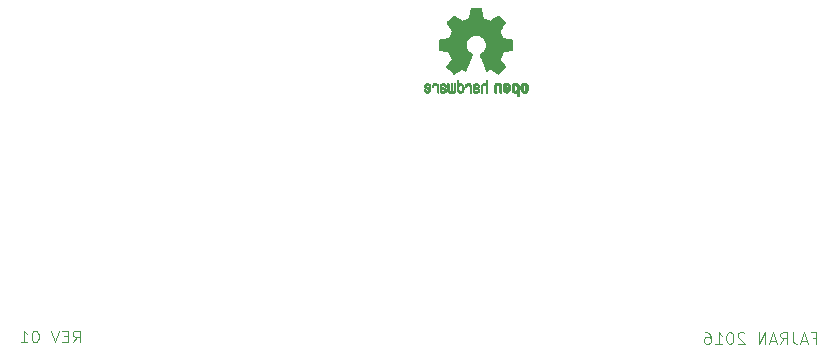
<source format=gbr>
G04 #@! TF.FileFunction,Legend,Bot*
%FSLAX46Y46*%
G04 Gerber Fmt 4.6, Leading zero omitted, Abs format (unit mm)*
G04 Created by KiCad (PCBNEW 4.0.3+e1-6302~38~ubuntu15.04.1-stable) date Mon Sep 12 00:10:40 2016*
%MOMM*%
%LPD*%
G01*
G04 APERTURE LIST*
%ADD10C,0.100000*%
%ADD11C,0.010000*%
G04 APERTURE END LIST*
D10*
X68119048Y-89987381D02*
X68452382Y-89511190D01*
X68690477Y-89987381D02*
X68690477Y-88987381D01*
X68309524Y-88987381D01*
X68214286Y-89035000D01*
X68166667Y-89082619D01*
X68119048Y-89177857D01*
X68119048Y-89320714D01*
X68166667Y-89415952D01*
X68214286Y-89463571D01*
X68309524Y-89511190D01*
X68690477Y-89511190D01*
X67690477Y-89463571D02*
X67357143Y-89463571D01*
X67214286Y-89987381D02*
X67690477Y-89987381D01*
X67690477Y-88987381D01*
X67214286Y-88987381D01*
X66928572Y-88987381D02*
X66595239Y-89987381D01*
X66261905Y-88987381D01*
X64976191Y-88987381D02*
X64880952Y-88987381D01*
X64785714Y-89035000D01*
X64738095Y-89082619D01*
X64690476Y-89177857D01*
X64642857Y-89368333D01*
X64642857Y-89606429D01*
X64690476Y-89796905D01*
X64738095Y-89892143D01*
X64785714Y-89939762D01*
X64880952Y-89987381D01*
X64976191Y-89987381D01*
X65071429Y-89939762D01*
X65119048Y-89892143D01*
X65166667Y-89796905D01*
X65214286Y-89606429D01*
X65214286Y-89368333D01*
X65166667Y-89177857D01*
X65119048Y-89082619D01*
X65071429Y-89035000D01*
X64976191Y-88987381D01*
X63690476Y-89987381D02*
X64261905Y-89987381D01*
X63976191Y-89987381D02*
X63976191Y-88987381D01*
X64071429Y-89130238D01*
X64166667Y-89225476D01*
X64261905Y-89273095D01*
X130746571Y-89590571D02*
X131079905Y-89590571D01*
X131079905Y-90114381D02*
X131079905Y-89114381D01*
X130603714Y-89114381D01*
X130270381Y-89828667D02*
X129794190Y-89828667D01*
X130365619Y-90114381D02*
X130032286Y-89114381D01*
X129698952Y-90114381D01*
X129079904Y-89114381D02*
X129079904Y-89828667D01*
X129127524Y-89971524D01*
X129222762Y-90066762D01*
X129365619Y-90114381D01*
X129460857Y-90114381D01*
X128032285Y-90114381D02*
X128365619Y-89638190D01*
X128603714Y-90114381D02*
X128603714Y-89114381D01*
X128222761Y-89114381D01*
X128127523Y-89162000D01*
X128079904Y-89209619D01*
X128032285Y-89304857D01*
X128032285Y-89447714D01*
X128079904Y-89542952D01*
X128127523Y-89590571D01*
X128222761Y-89638190D01*
X128603714Y-89638190D01*
X127651333Y-89828667D02*
X127175142Y-89828667D01*
X127746571Y-90114381D02*
X127413238Y-89114381D01*
X127079904Y-90114381D01*
X126746571Y-90114381D02*
X126746571Y-89114381D01*
X126175142Y-90114381D01*
X126175142Y-89114381D01*
X124984666Y-89209619D02*
X124937047Y-89162000D01*
X124841809Y-89114381D01*
X124603713Y-89114381D01*
X124508475Y-89162000D01*
X124460856Y-89209619D01*
X124413237Y-89304857D01*
X124413237Y-89400095D01*
X124460856Y-89542952D01*
X125032285Y-90114381D01*
X124413237Y-90114381D01*
X123794190Y-89114381D02*
X123698951Y-89114381D01*
X123603713Y-89162000D01*
X123556094Y-89209619D01*
X123508475Y-89304857D01*
X123460856Y-89495333D01*
X123460856Y-89733429D01*
X123508475Y-89923905D01*
X123556094Y-90019143D01*
X123603713Y-90066762D01*
X123698951Y-90114381D01*
X123794190Y-90114381D01*
X123889428Y-90066762D01*
X123937047Y-90019143D01*
X123984666Y-89923905D01*
X124032285Y-89733429D01*
X124032285Y-89495333D01*
X123984666Y-89304857D01*
X123937047Y-89209619D01*
X123889428Y-89162000D01*
X123794190Y-89114381D01*
X122508475Y-90114381D02*
X123079904Y-90114381D01*
X122794190Y-90114381D02*
X122794190Y-89114381D01*
X122889428Y-89257238D01*
X122984666Y-89352476D01*
X123079904Y-89400095D01*
X121651332Y-89114381D02*
X121841809Y-89114381D01*
X121937047Y-89162000D01*
X121984666Y-89209619D01*
X122079904Y-89352476D01*
X122127523Y-89542952D01*
X122127523Y-89923905D01*
X122079904Y-90019143D01*
X122032285Y-90066762D01*
X121937047Y-90114381D01*
X121746570Y-90114381D01*
X121651332Y-90066762D01*
X121603713Y-90019143D01*
X121556094Y-89923905D01*
X121556094Y-89685810D01*
X121603713Y-89590571D01*
X121651332Y-89542952D01*
X121746570Y-89495333D01*
X121937047Y-89495333D01*
X122032285Y-89542952D01*
X122079904Y-89590571D01*
X122127523Y-89685810D01*
D11*
G36*
X105466114Y-67989505D02*
X105391461Y-68026727D01*
X105325569Y-68095261D01*
X105307423Y-68120648D01*
X105287655Y-68153866D01*
X105274828Y-68189945D01*
X105267490Y-68238098D01*
X105264187Y-68307536D01*
X105263462Y-68399206D01*
X105266737Y-68524830D01*
X105278123Y-68619154D01*
X105299959Y-68689523D01*
X105334581Y-68743286D01*
X105384330Y-68787788D01*
X105387986Y-68790423D01*
X105437015Y-68817377D01*
X105496055Y-68830712D01*
X105571141Y-68834000D01*
X105693205Y-68834000D01*
X105693256Y-68952497D01*
X105694392Y-69018492D01*
X105701314Y-69057202D01*
X105719402Y-69080419D01*
X105754038Y-69099933D01*
X105762355Y-69103920D01*
X105801280Y-69122603D01*
X105831417Y-69134403D01*
X105853826Y-69135422D01*
X105869567Y-69121761D01*
X105879698Y-69089522D01*
X105885277Y-69034804D01*
X105887365Y-68953711D01*
X105887019Y-68842344D01*
X105885300Y-68696802D01*
X105884763Y-68653269D01*
X105882828Y-68503205D01*
X105881096Y-68405042D01*
X105693308Y-68405042D01*
X105692252Y-68488364D01*
X105687562Y-68542880D01*
X105676949Y-68578837D01*
X105658128Y-68606482D01*
X105645350Y-68619965D01*
X105593110Y-68659417D01*
X105546858Y-68662628D01*
X105499133Y-68630049D01*
X105497923Y-68628846D01*
X105478506Y-68603668D01*
X105466693Y-68569447D01*
X105460735Y-68516748D01*
X105458880Y-68436131D01*
X105458846Y-68418271D01*
X105463330Y-68307175D01*
X105477926Y-68230161D01*
X105504350Y-68183147D01*
X105544317Y-68162050D01*
X105567416Y-68159923D01*
X105622238Y-68169900D01*
X105659842Y-68202752D01*
X105682477Y-68262857D01*
X105692394Y-68354598D01*
X105693308Y-68405042D01*
X105881096Y-68405042D01*
X105880778Y-68387060D01*
X105878127Y-68299679D01*
X105874394Y-68235905D01*
X105869093Y-68190582D01*
X105861742Y-68158555D01*
X105851857Y-68134668D01*
X105838954Y-68113764D01*
X105833421Y-68105898D01*
X105760031Y-68031595D01*
X105667240Y-67989467D01*
X105559904Y-67977722D01*
X105466114Y-67989505D01*
X105466114Y-67989505D01*
G37*
X105466114Y-67989505D02*
X105391461Y-68026727D01*
X105325569Y-68095261D01*
X105307423Y-68120648D01*
X105287655Y-68153866D01*
X105274828Y-68189945D01*
X105267490Y-68238098D01*
X105264187Y-68307536D01*
X105263462Y-68399206D01*
X105266737Y-68524830D01*
X105278123Y-68619154D01*
X105299959Y-68689523D01*
X105334581Y-68743286D01*
X105384330Y-68787788D01*
X105387986Y-68790423D01*
X105437015Y-68817377D01*
X105496055Y-68830712D01*
X105571141Y-68834000D01*
X105693205Y-68834000D01*
X105693256Y-68952497D01*
X105694392Y-69018492D01*
X105701314Y-69057202D01*
X105719402Y-69080419D01*
X105754038Y-69099933D01*
X105762355Y-69103920D01*
X105801280Y-69122603D01*
X105831417Y-69134403D01*
X105853826Y-69135422D01*
X105869567Y-69121761D01*
X105879698Y-69089522D01*
X105885277Y-69034804D01*
X105887365Y-68953711D01*
X105887019Y-68842344D01*
X105885300Y-68696802D01*
X105884763Y-68653269D01*
X105882828Y-68503205D01*
X105881096Y-68405042D01*
X105693308Y-68405042D01*
X105692252Y-68488364D01*
X105687562Y-68542880D01*
X105676949Y-68578837D01*
X105658128Y-68606482D01*
X105645350Y-68619965D01*
X105593110Y-68659417D01*
X105546858Y-68662628D01*
X105499133Y-68630049D01*
X105497923Y-68628846D01*
X105478506Y-68603668D01*
X105466693Y-68569447D01*
X105460735Y-68516748D01*
X105458880Y-68436131D01*
X105458846Y-68418271D01*
X105463330Y-68307175D01*
X105477926Y-68230161D01*
X105504350Y-68183147D01*
X105544317Y-68162050D01*
X105567416Y-68159923D01*
X105622238Y-68169900D01*
X105659842Y-68202752D01*
X105682477Y-68262857D01*
X105692394Y-68354598D01*
X105693308Y-68405042D01*
X105881096Y-68405042D01*
X105880778Y-68387060D01*
X105878127Y-68299679D01*
X105874394Y-68235905D01*
X105869093Y-68190582D01*
X105861742Y-68158555D01*
X105851857Y-68134668D01*
X105838954Y-68113764D01*
X105833421Y-68105898D01*
X105760031Y-68031595D01*
X105667240Y-67989467D01*
X105559904Y-67977722D01*
X105466114Y-67989505D01*
G36*
X103963336Y-68000089D02*
X103900633Y-68036358D01*
X103857039Y-68072358D01*
X103825155Y-68110075D01*
X103803190Y-68156199D01*
X103789351Y-68217421D01*
X103781847Y-68300431D01*
X103778883Y-68411919D01*
X103778539Y-68492062D01*
X103778539Y-68787065D01*
X103944615Y-68861515D01*
X103954385Y-68538402D01*
X103958421Y-68417729D01*
X103962656Y-68330141D01*
X103967903Y-68269650D01*
X103974975Y-68230268D01*
X103984689Y-68206007D01*
X103997856Y-68190880D01*
X104002081Y-68187606D01*
X104066091Y-68162034D01*
X104130792Y-68172153D01*
X104169308Y-68199000D01*
X104184975Y-68218024D01*
X104195820Y-68242988D01*
X104202712Y-68280834D01*
X104206521Y-68338502D01*
X104208117Y-68422935D01*
X104208385Y-68510928D01*
X104208437Y-68621323D01*
X104210328Y-68699463D01*
X104216655Y-68752165D01*
X104230017Y-68786242D01*
X104253015Y-68808511D01*
X104288246Y-68825787D01*
X104335303Y-68843738D01*
X104386697Y-68863278D01*
X104380579Y-68516485D01*
X104378116Y-68391468D01*
X104375233Y-68299082D01*
X104371102Y-68232881D01*
X104364893Y-68186420D01*
X104355774Y-68153256D01*
X104342917Y-68126944D01*
X104327416Y-68103729D01*
X104252629Y-68029569D01*
X104161372Y-67986684D01*
X104062117Y-67976412D01*
X103963336Y-68000089D01*
X103963336Y-68000089D01*
G37*
X103963336Y-68000089D02*
X103900633Y-68036358D01*
X103857039Y-68072358D01*
X103825155Y-68110075D01*
X103803190Y-68156199D01*
X103789351Y-68217421D01*
X103781847Y-68300431D01*
X103778883Y-68411919D01*
X103778539Y-68492062D01*
X103778539Y-68787065D01*
X103944615Y-68861515D01*
X103954385Y-68538402D01*
X103958421Y-68417729D01*
X103962656Y-68330141D01*
X103967903Y-68269650D01*
X103974975Y-68230268D01*
X103984689Y-68206007D01*
X103997856Y-68190880D01*
X104002081Y-68187606D01*
X104066091Y-68162034D01*
X104130792Y-68172153D01*
X104169308Y-68199000D01*
X104184975Y-68218024D01*
X104195820Y-68242988D01*
X104202712Y-68280834D01*
X104206521Y-68338502D01*
X104208117Y-68422935D01*
X104208385Y-68510928D01*
X104208437Y-68621323D01*
X104210328Y-68699463D01*
X104216655Y-68752165D01*
X104230017Y-68786242D01*
X104253015Y-68808511D01*
X104288246Y-68825787D01*
X104335303Y-68843738D01*
X104386697Y-68863278D01*
X104380579Y-68516485D01*
X104378116Y-68391468D01*
X104375233Y-68299082D01*
X104371102Y-68232881D01*
X104364893Y-68186420D01*
X104355774Y-68153256D01*
X104342917Y-68126944D01*
X104327416Y-68103729D01*
X104252629Y-68029569D01*
X104161372Y-67986684D01*
X104062117Y-67976412D01*
X103963336Y-68000089D01*
G36*
X106218114Y-67992256D02*
X106126536Y-68040409D01*
X106058951Y-68117905D01*
X106034943Y-68167727D01*
X106016262Y-68242533D01*
X106006699Y-68337052D01*
X106005792Y-68440210D01*
X106013079Y-68540935D01*
X106028097Y-68628153D01*
X106050385Y-68690791D01*
X106057235Y-68701579D01*
X106138368Y-68782105D01*
X106234734Y-68830336D01*
X106339299Y-68844450D01*
X106445032Y-68822629D01*
X106474457Y-68809547D01*
X106531759Y-68769231D01*
X106582050Y-68715775D01*
X106586803Y-68708995D01*
X106606122Y-68676321D01*
X106618892Y-68641394D01*
X106626436Y-68595414D01*
X106630076Y-68529584D01*
X106631135Y-68435105D01*
X106631154Y-68413923D01*
X106631106Y-68407182D01*
X106435769Y-68407182D01*
X106434632Y-68496349D01*
X106430159Y-68555520D01*
X106420754Y-68593741D01*
X106404824Y-68620053D01*
X106396692Y-68628846D01*
X106349942Y-68662261D01*
X106304553Y-68660737D01*
X106258660Y-68631752D01*
X106231288Y-68600809D01*
X106215077Y-68555643D01*
X106205974Y-68484420D01*
X106205349Y-68476114D01*
X106203796Y-68347037D01*
X106220035Y-68251172D01*
X106253848Y-68189107D01*
X106305016Y-68161432D01*
X106323280Y-68159923D01*
X106371240Y-68167513D01*
X106404047Y-68193808D01*
X106424105Y-68244095D01*
X106433822Y-68323664D01*
X106435769Y-68407182D01*
X106631106Y-68407182D01*
X106630426Y-68313249D01*
X106627371Y-68242906D01*
X106620678Y-68194163D01*
X106609040Y-68158288D01*
X106591147Y-68126548D01*
X106587192Y-68120648D01*
X106520733Y-68041104D01*
X106448315Y-67994929D01*
X106360151Y-67976599D01*
X106330213Y-67975703D01*
X106218114Y-67992256D01*
X106218114Y-67992256D01*
G37*
X106218114Y-67992256D02*
X106126536Y-68040409D01*
X106058951Y-68117905D01*
X106034943Y-68167727D01*
X106016262Y-68242533D01*
X106006699Y-68337052D01*
X106005792Y-68440210D01*
X106013079Y-68540935D01*
X106028097Y-68628153D01*
X106050385Y-68690791D01*
X106057235Y-68701579D01*
X106138368Y-68782105D01*
X106234734Y-68830336D01*
X106339299Y-68844450D01*
X106445032Y-68822629D01*
X106474457Y-68809547D01*
X106531759Y-68769231D01*
X106582050Y-68715775D01*
X106586803Y-68708995D01*
X106606122Y-68676321D01*
X106618892Y-68641394D01*
X106626436Y-68595414D01*
X106630076Y-68529584D01*
X106631135Y-68435105D01*
X106631154Y-68413923D01*
X106631106Y-68407182D01*
X106435769Y-68407182D01*
X106434632Y-68496349D01*
X106430159Y-68555520D01*
X106420754Y-68593741D01*
X106404824Y-68620053D01*
X106396692Y-68628846D01*
X106349942Y-68662261D01*
X106304553Y-68660737D01*
X106258660Y-68631752D01*
X106231288Y-68600809D01*
X106215077Y-68555643D01*
X106205974Y-68484420D01*
X106205349Y-68476114D01*
X106203796Y-68347037D01*
X106220035Y-68251172D01*
X106253848Y-68189107D01*
X106305016Y-68161432D01*
X106323280Y-68159923D01*
X106371240Y-68167513D01*
X106404047Y-68193808D01*
X106424105Y-68244095D01*
X106433822Y-68323664D01*
X106435769Y-68407182D01*
X106631106Y-68407182D01*
X106630426Y-68313249D01*
X106627371Y-68242906D01*
X106620678Y-68194163D01*
X106609040Y-68158288D01*
X106591147Y-68126548D01*
X106587192Y-68120648D01*
X106520733Y-68041104D01*
X106448315Y-67994929D01*
X106360151Y-67976599D01*
X106330213Y-67975703D01*
X106218114Y-67992256D01*
G36*
X104700746Y-68004745D02*
X104623714Y-68056567D01*
X104564184Y-68131412D01*
X104528622Y-68226654D01*
X104521429Y-68296756D01*
X104522246Y-68326009D01*
X104529086Y-68348407D01*
X104547888Y-68368474D01*
X104584592Y-68390733D01*
X104645138Y-68419709D01*
X104735466Y-68459927D01*
X104735923Y-68460129D01*
X104819067Y-68498210D01*
X104887247Y-68532025D01*
X104933495Y-68557933D01*
X104950842Y-68572295D01*
X104950846Y-68572411D01*
X104935557Y-68603685D01*
X104899804Y-68638157D01*
X104858758Y-68662990D01*
X104837963Y-68667923D01*
X104781230Y-68650862D01*
X104732373Y-68608133D01*
X104708535Y-68561155D01*
X104685603Y-68526522D01*
X104640682Y-68487081D01*
X104587877Y-68453009D01*
X104541290Y-68434480D01*
X104531548Y-68433462D01*
X104520582Y-68450215D01*
X104519921Y-68493039D01*
X104527980Y-68550781D01*
X104543173Y-68612289D01*
X104563914Y-68666409D01*
X104564962Y-68668510D01*
X104627379Y-68755660D01*
X104708274Y-68814939D01*
X104800144Y-68844034D01*
X104895487Y-68840634D01*
X104986802Y-68802428D01*
X104990862Y-68799741D01*
X105062694Y-68734642D01*
X105109927Y-68649705D01*
X105136066Y-68538021D01*
X105139574Y-68506643D01*
X105145787Y-68358536D01*
X105138339Y-68289468D01*
X104950846Y-68289468D01*
X104948410Y-68332552D01*
X104935086Y-68345126D01*
X104901868Y-68335719D01*
X104849506Y-68313483D01*
X104790976Y-68285610D01*
X104789521Y-68284872D01*
X104739911Y-68258777D01*
X104720000Y-68241363D01*
X104724910Y-68223107D01*
X104745584Y-68199120D01*
X104798181Y-68164406D01*
X104854823Y-68161856D01*
X104905631Y-68187119D01*
X104940724Y-68235847D01*
X104950846Y-68289468D01*
X105138339Y-68289468D01*
X105133008Y-68240036D01*
X105100222Y-68146055D01*
X105054579Y-68080215D01*
X104972198Y-68013681D01*
X104881454Y-67980676D01*
X104788815Y-67978573D01*
X104700746Y-68004745D01*
X104700746Y-68004745D01*
G37*
X104700746Y-68004745D02*
X104623714Y-68056567D01*
X104564184Y-68131412D01*
X104528622Y-68226654D01*
X104521429Y-68296756D01*
X104522246Y-68326009D01*
X104529086Y-68348407D01*
X104547888Y-68368474D01*
X104584592Y-68390733D01*
X104645138Y-68419709D01*
X104735466Y-68459927D01*
X104735923Y-68460129D01*
X104819067Y-68498210D01*
X104887247Y-68532025D01*
X104933495Y-68557933D01*
X104950842Y-68572295D01*
X104950846Y-68572411D01*
X104935557Y-68603685D01*
X104899804Y-68638157D01*
X104858758Y-68662990D01*
X104837963Y-68667923D01*
X104781230Y-68650862D01*
X104732373Y-68608133D01*
X104708535Y-68561155D01*
X104685603Y-68526522D01*
X104640682Y-68487081D01*
X104587877Y-68453009D01*
X104541290Y-68434480D01*
X104531548Y-68433462D01*
X104520582Y-68450215D01*
X104519921Y-68493039D01*
X104527980Y-68550781D01*
X104543173Y-68612289D01*
X104563914Y-68666409D01*
X104564962Y-68668510D01*
X104627379Y-68755660D01*
X104708274Y-68814939D01*
X104800144Y-68844034D01*
X104895487Y-68840634D01*
X104986802Y-68802428D01*
X104990862Y-68799741D01*
X105062694Y-68734642D01*
X105109927Y-68649705D01*
X105136066Y-68538021D01*
X105139574Y-68506643D01*
X105145787Y-68358536D01*
X105138339Y-68289468D01*
X104950846Y-68289468D01*
X104948410Y-68332552D01*
X104935086Y-68345126D01*
X104901868Y-68335719D01*
X104849506Y-68313483D01*
X104790976Y-68285610D01*
X104789521Y-68284872D01*
X104739911Y-68258777D01*
X104720000Y-68241363D01*
X104724910Y-68223107D01*
X104745584Y-68199120D01*
X104798181Y-68164406D01*
X104854823Y-68161856D01*
X104905631Y-68187119D01*
X104940724Y-68235847D01*
X104950846Y-68289468D01*
X105138339Y-68289468D01*
X105133008Y-68240036D01*
X105100222Y-68146055D01*
X105054579Y-68080215D01*
X104972198Y-68013681D01*
X104881454Y-67980676D01*
X104788815Y-67978573D01*
X104700746Y-68004745D01*
G36*
X103075154Y-67897120D02*
X103069428Y-67976980D01*
X103062851Y-68024039D01*
X103053738Y-68044566D01*
X103040402Y-68044829D01*
X103036077Y-68042378D01*
X102978556Y-68024636D01*
X102903732Y-68025672D01*
X102827661Y-68043910D01*
X102780082Y-68067505D01*
X102731298Y-68105198D01*
X102695636Y-68147855D01*
X102671155Y-68202057D01*
X102655913Y-68274384D01*
X102647970Y-68371419D01*
X102645384Y-68499742D01*
X102645338Y-68524358D01*
X102645308Y-68800870D01*
X102706839Y-68822320D01*
X102750541Y-68836912D01*
X102774518Y-68843706D01*
X102775223Y-68843769D01*
X102777585Y-68825345D01*
X102779594Y-68774526D01*
X102781099Y-68697993D01*
X102781947Y-68602430D01*
X102782077Y-68544329D01*
X102782349Y-68429771D01*
X102783748Y-68347667D01*
X102787151Y-68291393D01*
X102793433Y-68254326D01*
X102803471Y-68229844D01*
X102818139Y-68211325D01*
X102827298Y-68202406D01*
X102890211Y-68166466D01*
X102958864Y-68163775D01*
X103021152Y-68194170D01*
X103032671Y-68205144D01*
X103049567Y-68225779D01*
X103061286Y-68250256D01*
X103068767Y-68285647D01*
X103072946Y-68339026D01*
X103074763Y-68417466D01*
X103075154Y-68525617D01*
X103075154Y-68800870D01*
X103136685Y-68822320D01*
X103180387Y-68836912D01*
X103204364Y-68843706D01*
X103205070Y-68843769D01*
X103206874Y-68825069D01*
X103208500Y-68772322D01*
X103209883Y-68690557D01*
X103210958Y-68584805D01*
X103211660Y-68460094D01*
X103211923Y-68321455D01*
X103211923Y-67786806D01*
X103084923Y-67733236D01*
X103075154Y-67897120D01*
X103075154Y-67897120D01*
G37*
X103075154Y-67897120D02*
X103069428Y-67976980D01*
X103062851Y-68024039D01*
X103053738Y-68044566D01*
X103040402Y-68044829D01*
X103036077Y-68042378D01*
X102978556Y-68024636D01*
X102903732Y-68025672D01*
X102827661Y-68043910D01*
X102780082Y-68067505D01*
X102731298Y-68105198D01*
X102695636Y-68147855D01*
X102671155Y-68202057D01*
X102655913Y-68274384D01*
X102647970Y-68371419D01*
X102645384Y-68499742D01*
X102645338Y-68524358D01*
X102645308Y-68800870D01*
X102706839Y-68822320D01*
X102750541Y-68836912D01*
X102774518Y-68843706D01*
X102775223Y-68843769D01*
X102777585Y-68825345D01*
X102779594Y-68774526D01*
X102781099Y-68697993D01*
X102781947Y-68602430D01*
X102782077Y-68544329D01*
X102782349Y-68429771D01*
X102783748Y-68347667D01*
X102787151Y-68291393D01*
X102793433Y-68254326D01*
X102803471Y-68229844D01*
X102818139Y-68211325D01*
X102827298Y-68202406D01*
X102890211Y-68166466D01*
X102958864Y-68163775D01*
X103021152Y-68194170D01*
X103032671Y-68205144D01*
X103049567Y-68225779D01*
X103061286Y-68250256D01*
X103068767Y-68285647D01*
X103072946Y-68339026D01*
X103074763Y-68417466D01*
X103075154Y-68525617D01*
X103075154Y-68800870D01*
X103136685Y-68822320D01*
X103180387Y-68836912D01*
X103204364Y-68843706D01*
X103205070Y-68843769D01*
X103206874Y-68825069D01*
X103208500Y-68772322D01*
X103209883Y-68690557D01*
X103210958Y-68584805D01*
X103211660Y-68460094D01*
X103211923Y-68321455D01*
X103211923Y-67786806D01*
X103084923Y-67733236D01*
X103075154Y-67897120D01*
G36*
X102181499Y-68031303D02*
X102104940Y-68059733D01*
X102104064Y-68060279D01*
X102056715Y-68095127D01*
X102021759Y-68135852D01*
X101997175Y-68188925D01*
X101980938Y-68260814D01*
X101971025Y-68357992D01*
X101965414Y-68486928D01*
X101964923Y-68505298D01*
X101957859Y-68782287D01*
X102017305Y-68813028D01*
X102060319Y-68833802D01*
X102086290Y-68843646D01*
X102087491Y-68843769D01*
X102091986Y-68825606D01*
X102095556Y-68776612D01*
X102097752Y-68705031D01*
X102098231Y-68647068D01*
X102098242Y-68553170D01*
X102102534Y-68494203D01*
X102117497Y-68466079D01*
X102149518Y-68464706D01*
X102204986Y-68485998D01*
X102288731Y-68525136D01*
X102350311Y-68557643D01*
X102381983Y-68585845D01*
X102391294Y-68616582D01*
X102391308Y-68618104D01*
X102375943Y-68671054D01*
X102330453Y-68699660D01*
X102260834Y-68703803D01*
X102210687Y-68703084D01*
X102184246Y-68717527D01*
X102167757Y-68752218D01*
X102158267Y-68796416D01*
X102171943Y-68821493D01*
X102177093Y-68825082D01*
X102225575Y-68839496D01*
X102293469Y-68841537D01*
X102363388Y-68831983D01*
X102412932Y-68814522D01*
X102481430Y-68756364D01*
X102520366Y-68675408D01*
X102528077Y-68612160D01*
X102522193Y-68555111D01*
X102500899Y-68508542D01*
X102458735Y-68467181D01*
X102390241Y-68425755D01*
X102289956Y-68378993D01*
X102283846Y-68376350D01*
X102193510Y-68334617D01*
X102137765Y-68300391D01*
X102113871Y-68269635D01*
X102119087Y-68238311D01*
X102150672Y-68202383D01*
X102160117Y-68194116D01*
X102223383Y-68162058D01*
X102288936Y-68163407D01*
X102346028Y-68194838D01*
X102383907Y-68253024D01*
X102387426Y-68264446D01*
X102421700Y-68319837D01*
X102465191Y-68346518D01*
X102528077Y-68372960D01*
X102528077Y-68304548D01*
X102508948Y-68205110D01*
X102452169Y-68113902D01*
X102422622Y-68083389D01*
X102355458Y-68044228D01*
X102270044Y-68026500D01*
X102181499Y-68031303D01*
X102181499Y-68031303D01*
G37*
X102181499Y-68031303D02*
X102104940Y-68059733D01*
X102104064Y-68060279D01*
X102056715Y-68095127D01*
X102021759Y-68135852D01*
X101997175Y-68188925D01*
X101980938Y-68260814D01*
X101971025Y-68357992D01*
X101965414Y-68486928D01*
X101964923Y-68505298D01*
X101957859Y-68782287D01*
X102017305Y-68813028D01*
X102060319Y-68833802D01*
X102086290Y-68843646D01*
X102087491Y-68843769D01*
X102091986Y-68825606D01*
X102095556Y-68776612D01*
X102097752Y-68705031D01*
X102098231Y-68647068D01*
X102098242Y-68553170D01*
X102102534Y-68494203D01*
X102117497Y-68466079D01*
X102149518Y-68464706D01*
X102204986Y-68485998D01*
X102288731Y-68525136D01*
X102350311Y-68557643D01*
X102381983Y-68585845D01*
X102391294Y-68616582D01*
X102391308Y-68618104D01*
X102375943Y-68671054D01*
X102330453Y-68699660D01*
X102260834Y-68703803D01*
X102210687Y-68703084D01*
X102184246Y-68717527D01*
X102167757Y-68752218D01*
X102158267Y-68796416D01*
X102171943Y-68821493D01*
X102177093Y-68825082D01*
X102225575Y-68839496D01*
X102293469Y-68841537D01*
X102363388Y-68831983D01*
X102412932Y-68814522D01*
X102481430Y-68756364D01*
X102520366Y-68675408D01*
X102528077Y-68612160D01*
X102522193Y-68555111D01*
X102500899Y-68508542D01*
X102458735Y-68467181D01*
X102390241Y-68425755D01*
X102289956Y-68378993D01*
X102283846Y-68376350D01*
X102193510Y-68334617D01*
X102137765Y-68300391D01*
X102113871Y-68269635D01*
X102119087Y-68238311D01*
X102150672Y-68202383D01*
X102160117Y-68194116D01*
X102223383Y-68162058D01*
X102288936Y-68163407D01*
X102346028Y-68194838D01*
X102383907Y-68253024D01*
X102387426Y-68264446D01*
X102421700Y-68319837D01*
X102465191Y-68346518D01*
X102528077Y-68372960D01*
X102528077Y-68304548D01*
X102508948Y-68205110D01*
X102452169Y-68113902D01*
X102422622Y-68083389D01*
X102355458Y-68044228D01*
X102270044Y-68026500D01*
X102181499Y-68031303D01*
G36*
X101521638Y-68029670D02*
X101432883Y-68062421D01*
X101360978Y-68120350D01*
X101332856Y-68161128D01*
X101302198Y-68235954D01*
X101302835Y-68290058D01*
X101335013Y-68326446D01*
X101346919Y-68332633D01*
X101398325Y-68351925D01*
X101424578Y-68346982D01*
X101433470Y-68314587D01*
X101433923Y-68296692D01*
X101450203Y-68230859D01*
X101492635Y-68184807D01*
X101551612Y-68162564D01*
X101617525Y-68168161D01*
X101671105Y-68197229D01*
X101689202Y-68213810D01*
X101702029Y-68233925D01*
X101710694Y-68264332D01*
X101716304Y-68311788D01*
X101719965Y-68383050D01*
X101722785Y-68484875D01*
X101723516Y-68517115D01*
X101726180Y-68627410D01*
X101729208Y-68705036D01*
X101733750Y-68756396D01*
X101740954Y-68787890D01*
X101751967Y-68805920D01*
X101767940Y-68816888D01*
X101778166Y-68821733D01*
X101821594Y-68838301D01*
X101847158Y-68843769D01*
X101855605Y-68825507D01*
X101860761Y-68770296D01*
X101862654Y-68677499D01*
X101861311Y-68546478D01*
X101860893Y-68526269D01*
X101857942Y-68406733D01*
X101854452Y-68319449D01*
X101849486Y-68257591D01*
X101842107Y-68214336D01*
X101831376Y-68182860D01*
X101816355Y-68156339D01*
X101808498Y-68144975D01*
X101763447Y-68094692D01*
X101713060Y-68055581D01*
X101706892Y-68052167D01*
X101616542Y-68025212D01*
X101521638Y-68029670D01*
X101521638Y-68029670D01*
G37*
X101521638Y-68029670D02*
X101432883Y-68062421D01*
X101360978Y-68120350D01*
X101332856Y-68161128D01*
X101302198Y-68235954D01*
X101302835Y-68290058D01*
X101335013Y-68326446D01*
X101346919Y-68332633D01*
X101398325Y-68351925D01*
X101424578Y-68346982D01*
X101433470Y-68314587D01*
X101433923Y-68296692D01*
X101450203Y-68230859D01*
X101492635Y-68184807D01*
X101551612Y-68162564D01*
X101617525Y-68168161D01*
X101671105Y-68197229D01*
X101689202Y-68213810D01*
X101702029Y-68233925D01*
X101710694Y-68264332D01*
X101716304Y-68311788D01*
X101719965Y-68383050D01*
X101722785Y-68484875D01*
X101723516Y-68517115D01*
X101726180Y-68627410D01*
X101729208Y-68705036D01*
X101733750Y-68756396D01*
X101740954Y-68787890D01*
X101751967Y-68805920D01*
X101767940Y-68816888D01*
X101778166Y-68821733D01*
X101821594Y-68838301D01*
X101847158Y-68843769D01*
X101855605Y-68825507D01*
X101860761Y-68770296D01*
X101862654Y-68677499D01*
X101861311Y-68546478D01*
X101860893Y-68526269D01*
X101857942Y-68406733D01*
X101854452Y-68319449D01*
X101849486Y-68257591D01*
X101842107Y-68214336D01*
X101831376Y-68182860D01*
X101816355Y-68156339D01*
X101808498Y-68144975D01*
X101763447Y-68094692D01*
X101713060Y-68055581D01*
X101706892Y-68052167D01*
X101616542Y-68025212D01*
X101521638Y-68029670D01*
G36*
X100632919Y-68185289D02*
X100633167Y-68331320D01*
X100634128Y-68443655D01*
X100636206Y-68527678D01*
X100639807Y-68588769D01*
X100645335Y-68632309D01*
X100653196Y-68663679D01*
X100663793Y-68688262D01*
X100671818Y-68702294D01*
X100738272Y-68778388D01*
X100822530Y-68826084D01*
X100915751Y-68843199D01*
X101009100Y-68827546D01*
X101064688Y-68799418D01*
X101123043Y-68750760D01*
X101162814Y-68691333D01*
X101186810Y-68613507D01*
X101197839Y-68509652D01*
X101199401Y-68433462D01*
X101199191Y-68427986D01*
X101062692Y-68427986D01*
X101061859Y-68515355D01*
X101058039Y-68573192D01*
X101049254Y-68611029D01*
X101033526Y-68638398D01*
X101014734Y-68659042D01*
X100951625Y-68698890D01*
X100883863Y-68702295D01*
X100819821Y-68669025D01*
X100814836Y-68664517D01*
X100793561Y-68641067D01*
X100780221Y-68613166D01*
X100772999Y-68571641D01*
X100770077Y-68507316D01*
X100769615Y-68436200D01*
X100770617Y-68346858D01*
X100774762Y-68287258D01*
X100783764Y-68248089D01*
X100799333Y-68220040D01*
X100812098Y-68205144D01*
X100871400Y-68167575D01*
X100939699Y-68163057D01*
X101004890Y-68191753D01*
X101017472Y-68202406D01*
X101038889Y-68226063D01*
X101052256Y-68254251D01*
X101059434Y-68296245D01*
X101062281Y-68361319D01*
X101062692Y-68427986D01*
X101199191Y-68427986D01*
X101194678Y-68310765D01*
X101178638Y-68218577D01*
X101148472Y-68149269D01*
X101101371Y-68095211D01*
X101064688Y-68067505D01*
X100998010Y-68037572D01*
X100920728Y-68023678D01*
X100848890Y-68027397D01*
X100808692Y-68042400D01*
X100792918Y-68046670D01*
X100782450Y-68030750D01*
X100775144Y-67988089D01*
X100769615Y-67923106D01*
X100763563Y-67850732D01*
X100755156Y-67807187D01*
X100739859Y-67782287D01*
X100713136Y-67765845D01*
X100696346Y-67758564D01*
X100632846Y-67731963D01*
X100632919Y-68185289D01*
X100632919Y-68185289D01*
G37*
X100632919Y-68185289D02*
X100633167Y-68331320D01*
X100634128Y-68443655D01*
X100636206Y-68527678D01*
X100639807Y-68588769D01*
X100645335Y-68632309D01*
X100653196Y-68663679D01*
X100663793Y-68688262D01*
X100671818Y-68702294D01*
X100738272Y-68778388D01*
X100822530Y-68826084D01*
X100915751Y-68843199D01*
X101009100Y-68827546D01*
X101064688Y-68799418D01*
X101123043Y-68750760D01*
X101162814Y-68691333D01*
X101186810Y-68613507D01*
X101197839Y-68509652D01*
X101199401Y-68433462D01*
X101199191Y-68427986D01*
X101062692Y-68427986D01*
X101061859Y-68515355D01*
X101058039Y-68573192D01*
X101049254Y-68611029D01*
X101033526Y-68638398D01*
X101014734Y-68659042D01*
X100951625Y-68698890D01*
X100883863Y-68702295D01*
X100819821Y-68669025D01*
X100814836Y-68664517D01*
X100793561Y-68641067D01*
X100780221Y-68613166D01*
X100772999Y-68571641D01*
X100770077Y-68507316D01*
X100769615Y-68436200D01*
X100770617Y-68346858D01*
X100774762Y-68287258D01*
X100783764Y-68248089D01*
X100799333Y-68220040D01*
X100812098Y-68205144D01*
X100871400Y-68167575D01*
X100939699Y-68163057D01*
X101004890Y-68191753D01*
X101017472Y-68202406D01*
X101038889Y-68226063D01*
X101052256Y-68254251D01*
X101059434Y-68296245D01*
X101062281Y-68361319D01*
X101062692Y-68427986D01*
X101199191Y-68427986D01*
X101194678Y-68310765D01*
X101178638Y-68218577D01*
X101148472Y-68149269D01*
X101101371Y-68095211D01*
X101064688Y-68067505D01*
X100998010Y-68037572D01*
X100920728Y-68023678D01*
X100848890Y-68027397D01*
X100808692Y-68042400D01*
X100792918Y-68046670D01*
X100782450Y-68030750D01*
X100775144Y-67988089D01*
X100769615Y-67923106D01*
X100763563Y-67850732D01*
X100755156Y-67807187D01*
X100739859Y-67782287D01*
X100713136Y-67765845D01*
X100696346Y-67758564D01*
X100632846Y-67731963D01*
X100632919Y-68185289D01*
G36*
X99839071Y-68041662D02*
X99836089Y-68093068D01*
X99833753Y-68171192D01*
X99832251Y-68269857D01*
X99831769Y-68373343D01*
X99831769Y-68723533D01*
X99893599Y-68785363D01*
X99936207Y-68823462D01*
X99973610Y-68838895D01*
X100024730Y-68837918D01*
X100045022Y-68835433D01*
X100108446Y-68828200D01*
X100160905Y-68824055D01*
X100173692Y-68823672D01*
X100216801Y-68826176D01*
X100278456Y-68832462D01*
X100302362Y-68835433D01*
X100361078Y-68840028D01*
X100400536Y-68830046D01*
X100439662Y-68799228D01*
X100453785Y-68785363D01*
X100515615Y-68723533D01*
X100515615Y-68068503D01*
X100465850Y-68045829D01*
X100422998Y-68029034D01*
X100397927Y-68023154D01*
X100391499Y-68041736D01*
X100385491Y-68093655D01*
X100380303Y-68173172D01*
X100376336Y-68274546D01*
X100374423Y-68360192D01*
X100369077Y-68697231D01*
X100322440Y-68703825D01*
X100280024Y-68699214D01*
X100259240Y-68684287D01*
X100253430Y-68656377D01*
X100248470Y-68596925D01*
X100244754Y-68513466D01*
X100242676Y-68413532D01*
X100242376Y-68362104D01*
X100242077Y-68066054D01*
X100180546Y-68044604D01*
X100136996Y-68030020D01*
X100113306Y-68023219D01*
X100112623Y-68023154D01*
X100110246Y-68041642D01*
X100107634Y-68092906D01*
X100105005Y-68170649D01*
X100102579Y-68268574D01*
X100100885Y-68360192D01*
X100095539Y-68697231D01*
X99978308Y-68697231D01*
X99972928Y-68389746D01*
X99967549Y-68082261D01*
X99910399Y-68052707D01*
X99868203Y-68032413D01*
X99843230Y-68023204D01*
X99842509Y-68023154D01*
X99839071Y-68041662D01*
X99839071Y-68041662D01*
G37*
X99839071Y-68041662D02*
X99836089Y-68093068D01*
X99833753Y-68171192D01*
X99832251Y-68269857D01*
X99831769Y-68373343D01*
X99831769Y-68723533D01*
X99893599Y-68785363D01*
X99936207Y-68823462D01*
X99973610Y-68838895D01*
X100024730Y-68837918D01*
X100045022Y-68835433D01*
X100108446Y-68828200D01*
X100160905Y-68824055D01*
X100173692Y-68823672D01*
X100216801Y-68826176D01*
X100278456Y-68832462D01*
X100302362Y-68835433D01*
X100361078Y-68840028D01*
X100400536Y-68830046D01*
X100439662Y-68799228D01*
X100453785Y-68785363D01*
X100515615Y-68723533D01*
X100515615Y-68068503D01*
X100465850Y-68045829D01*
X100422998Y-68029034D01*
X100397927Y-68023154D01*
X100391499Y-68041736D01*
X100385491Y-68093655D01*
X100380303Y-68173172D01*
X100376336Y-68274546D01*
X100374423Y-68360192D01*
X100369077Y-68697231D01*
X100322440Y-68703825D01*
X100280024Y-68699214D01*
X100259240Y-68684287D01*
X100253430Y-68656377D01*
X100248470Y-68596925D01*
X100244754Y-68513466D01*
X100242676Y-68413532D01*
X100242376Y-68362104D01*
X100242077Y-68066054D01*
X100180546Y-68044604D01*
X100136996Y-68030020D01*
X100113306Y-68023219D01*
X100112623Y-68023154D01*
X100110246Y-68041642D01*
X100107634Y-68092906D01*
X100105005Y-68170649D01*
X100102579Y-68268574D01*
X100100885Y-68360192D01*
X100095539Y-68697231D01*
X99978308Y-68697231D01*
X99972928Y-68389746D01*
X99967549Y-68082261D01*
X99910399Y-68052707D01*
X99868203Y-68032413D01*
X99843230Y-68023204D01*
X99842509Y-68023154D01*
X99839071Y-68041662D01*
G36*
X99347667Y-68038528D02*
X99291410Y-68064117D01*
X99247253Y-68095124D01*
X99214899Y-68129795D01*
X99192562Y-68174520D01*
X99178454Y-68235692D01*
X99170789Y-68319701D01*
X99167780Y-68432940D01*
X99167462Y-68507509D01*
X99167462Y-68798420D01*
X99217227Y-68821095D01*
X99256424Y-68837667D01*
X99275843Y-68843769D01*
X99279558Y-68825610D01*
X99282505Y-68776648D01*
X99284309Y-68705153D01*
X99284692Y-68648385D01*
X99286339Y-68566371D01*
X99290778Y-68501309D01*
X99297260Y-68461467D01*
X99302410Y-68453000D01*
X99337023Y-68461646D01*
X99391360Y-68483823D01*
X99454278Y-68513886D01*
X99514632Y-68546192D01*
X99561279Y-68575098D01*
X99583074Y-68594961D01*
X99583161Y-68595175D01*
X99581286Y-68631935D01*
X99564475Y-68667026D01*
X99534961Y-68695528D01*
X99491884Y-68705061D01*
X99455068Y-68703950D01*
X99402926Y-68703133D01*
X99375556Y-68715349D01*
X99359118Y-68747624D01*
X99357045Y-68753710D01*
X99349919Y-68799739D01*
X99368976Y-68827687D01*
X99418647Y-68841007D01*
X99472303Y-68843470D01*
X99568858Y-68825210D01*
X99618841Y-68799131D01*
X99680571Y-68737868D01*
X99713310Y-68662670D01*
X99716247Y-68583211D01*
X99688576Y-68509167D01*
X99646953Y-68462769D01*
X99605396Y-68436793D01*
X99540078Y-68403907D01*
X99463962Y-68370557D01*
X99451274Y-68365461D01*
X99367667Y-68328565D01*
X99319470Y-68296046D01*
X99303970Y-68263718D01*
X99318450Y-68227394D01*
X99343308Y-68199000D01*
X99402061Y-68164039D01*
X99466707Y-68161417D01*
X99525992Y-68188358D01*
X99568661Y-68242088D01*
X99574261Y-68255950D01*
X99606867Y-68306936D01*
X99654470Y-68344787D01*
X99714539Y-68375850D01*
X99714539Y-68287768D01*
X99711003Y-68233951D01*
X99695844Y-68191534D01*
X99662232Y-68146279D01*
X99629965Y-68111420D01*
X99579791Y-68062062D01*
X99540807Y-68035547D01*
X99498936Y-68024911D01*
X99451540Y-68023154D01*
X99347667Y-68038528D01*
X99347667Y-68038528D01*
G37*
X99347667Y-68038528D02*
X99291410Y-68064117D01*
X99247253Y-68095124D01*
X99214899Y-68129795D01*
X99192562Y-68174520D01*
X99178454Y-68235692D01*
X99170789Y-68319701D01*
X99167780Y-68432940D01*
X99167462Y-68507509D01*
X99167462Y-68798420D01*
X99217227Y-68821095D01*
X99256424Y-68837667D01*
X99275843Y-68843769D01*
X99279558Y-68825610D01*
X99282505Y-68776648D01*
X99284309Y-68705153D01*
X99284692Y-68648385D01*
X99286339Y-68566371D01*
X99290778Y-68501309D01*
X99297260Y-68461467D01*
X99302410Y-68453000D01*
X99337023Y-68461646D01*
X99391360Y-68483823D01*
X99454278Y-68513886D01*
X99514632Y-68546192D01*
X99561279Y-68575098D01*
X99583074Y-68594961D01*
X99583161Y-68595175D01*
X99581286Y-68631935D01*
X99564475Y-68667026D01*
X99534961Y-68695528D01*
X99491884Y-68705061D01*
X99455068Y-68703950D01*
X99402926Y-68703133D01*
X99375556Y-68715349D01*
X99359118Y-68747624D01*
X99357045Y-68753710D01*
X99349919Y-68799739D01*
X99368976Y-68827687D01*
X99418647Y-68841007D01*
X99472303Y-68843470D01*
X99568858Y-68825210D01*
X99618841Y-68799131D01*
X99680571Y-68737868D01*
X99713310Y-68662670D01*
X99716247Y-68583211D01*
X99688576Y-68509167D01*
X99646953Y-68462769D01*
X99605396Y-68436793D01*
X99540078Y-68403907D01*
X99463962Y-68370557D01*
X99451274Y-68365461D01*
X99367667Y-68328565D01*
X99319470Y-68296046D01*
X99303970Y-68263718D01*
X99318450Y-68227394D01*
X99343308Y-68199000D01*
X99402061Y-68164039D01*
X99466707Y-68161417D01*
X99525992Y-68188358D01*
X99568661Y-68242088D01*
X99574261Y-68255950D01*
X99606867Y-68306936D01*
X99654470Y-68344787D01*
X99714539Y-68375850D01*
X99714539Y-68287768D01*
X99711003Y-68233951D01*
X99695844Y-68191534D01*
X99662232Y-68146279D01*
X99629965Y-68111420D01*
X99579791Y-68062062D01*
X99540807Y-68035547D01*
X99498936Y-68024911D01*
X99451540Y-68023154D01*
X99347667Y-68038528D01*
G36*
X98664193Y-68041782D02*
X98640839Y-68051988D01*
X98585098Y-68096134D01*
X98537431Y-68159967D01*
X98507952Y-68228087D01*
X98503154Y-68261670D01*
X98519240Y-68308556D01*
X98554525Y-68333365D01*
X98592356Y-68348387D01*
X98609679Y-68351155D01*
X98618114Y-68331066D01*
X98634770Y-68287351D01*
X98642077Y-68267598D01*
X98683052Y-68199271D01*
X98742378Y-68165191D01*
X98818448Y-68166239D01*
X98824082Y-68167581D01*
X98864695Y-68186836D01*
X98894552Y-68224375D01*
X98914945Y-68284809D01*
X98927164Y-68372751D01*
X98932500Y-68492813D01*
X98933000Y-68556698D01*
X98933248Y-68657403D01*
X98934874Y-68726054D01*
X98939199Y-68769673D01*
X98947546Y-68795282D01*
X98961235Y-68809903D01*
X98981589Y-68820558D01*
X98982766Y-68821095D01*
X99021962Y-68837667D01*
X99041381Y-68843769D01*
X99044365Y-68825319D01*
X99046919Y-68774323D01*
X99048860Y-68697308D01*
X99050003Y-68600805D01*
X99050231Y-68530184D01*
X99049068Y-68393525D01*
X99044521Y-68289851D01*
X99035001Y-68213108D01*
X99018919Y-68157246D01*
X98994687Y-68116212D01*
X98960714Y-68083954D01*
X98927167Y-68061440D01*
X98846501Y-68031476D01*
X98752619Y-68024718D01*
X98664193Y-68041782D01*
X98664193Y-68041782D01*
G37*
X98664193Y-68041782D02*
X98640839Y-68051988D01*
X98585098Y-68096134D01*
X98537431Y-68159967D01*
X98507952Y-68228087D01*
X98503154Y-68261670D01*
X98519240Y-68308556D01*
X98554525Y-68333365D01*
X98592356Y-68348387D01*
X98609679Y-68351155D01*
X98618114Y-68331066D01*
X98634770Y-68287351D01*
X98642077Y-68267598D01*
X98683052Y-68199271D01*
X98742378Y-68165191D01*
X98818448Y-68166239D01*
X98824082Y-68167581D01*
X98864695Y-68186836D01*
X98894552Y-68224375D01*
X98914945Y-68284809D01*
X98927164Y-68372751D01*
X98932500Y-68492813D01*
X98933000Y-68556698D01*
X98933248Y-68657403D01*
X98934874Y-68726054D01*
X98939199Y-68769673D01*
X98947546Y-68795282D01*
X98961235Y-68809903D01*
X98981589Y-68820558D01*
X98982766Y-68821095D01*
X99021962Y-68837667D01*
X99041381Y-68843769D01*
X99044365Y-68825319D01*
X99046919Y-68774323D01*
X99048860Y-68697308D01*
X99050003Y-68600805D01*
X99050231Y-68530184D01*
X99049068Y-68393525D01*
X99044521Y-68289851D01*
X99035001Y-68213108D01*
X99018919Y-68157246D01*
X98994687Y-68116212D01*
X98960714Y-68083954D01*
X98927167Y-68061440D01*
X98846501Y-68031476D01*
X98752619Y-68024718D01*
X98664193Y-68041782D01*
G36*
X97989776Y-68052838D02*
X97912472Y-68103361D01*
X97875186Y-68148590D01*
X97845647Y-68230663D01*
X97843301Y-68295607D01*
X97848615Y-68382445D01*
X98048885Y-68470103D01*
X98146261Y-68514887D01*
X98209887Y-68550913D01*
X98242971Y-68582117D01*
X98248720Y-68612436D01*
X98230342Y-68645805D01*
X98210077Y-68667923D01*
X98151111Y-68703393D01*
X98086976Y-68705879D01*
X98028074Y-68678235D01*
X97984803Y-68623320D01*
X97977064Y-68603928D01*
X97939994Y-68543364D01*
X97897346Y-68517552D01*
X97838846Y-68495471D01*
X97838846Y-68579184D01*
X97844018Y-68636150D01*
X97864277Y-68684189D01*
X97906738Y-68739346D01*
X97913049Y-68746514D01*
X97960280Y-68795585D01*
X98000879Y-68821920D01*
X98051672Y-68834035D01*
X98093780Y-68838003D01*
X98169098Y-68838991D01*
X98222714Y-68826466D01*
X98256162Y-68807869D01*
X98308732Y-68766975D01*
X98345121Y-68722748D01*
X98368150Y-68667126D01*
X98380641Y-68592047D01*
X98385413Y-68489449D01*
X98385794Y-68437376D01*
X98384499Y-68374948D01*
X98266529Y-68374948D01*
X98265161Y-68408438D01*
X98261751Y-68413923D01*
X98239247Y-68406472D01*
X98190818Y-68386753D01*
X98126092Y-68358718D01*
X98112557Y-68352692D01*
X98030756Y-68311096D01*
X97985688Y-68274538D01*
X97975783Y-68240296D01*
X97999474Y-68205648D01*
X98019040Y-68190339D01*
X98089640Y-68159721D01*
X98155720Y-68164780D01*
X98211041Y-68202151D01*
X98249364Y-68268473D01*
X98261651Y-68321116D01*
X98266529Y-68374948D01*
X98384499Y-68374948D01*
X98383270Y-68315720D01*
X98373968Y-68225710D01*
X98355540Y-68160167D01*
X98325640Y-68111912D01*
X98281920Y-68073767D01*
X98262859Y-68061440D01*
X98176274Y-68029336D01*
X98081478Y-68027316D01*
X97989776Y-68052838D01*
X97989776Y-68052838D01*
G37*
X97989776Y-68052838D02*
X97912472Y-68103361D01*
X97875186Y-68148590D01*
X97845647Y-68230663D01*
X97843301Y-68295607D01*
X97848615Y-68382445D01*
X98048885Y-68470103D01*
X98146261Y-68514887D01*
X98209887Y-68550913D01*
X98242971Y-68582117D01*
X98248720Y-68612436D01*
X98230342Y-68645805D01*
X98210077Y-68667923D01*
X98151111Y-68703393D01*
X98086976Y-68705879D01*
X98028074Y-68678235D01*
X97984803Y-68623320D01*
X97977064Y-68603928D01*
X97939994Y-68543364D01*
X97897346Y-68517552D01*
X97838846Y-68495471D01*
X97838846Y-68579184D01*
X97844018Y-68636150D01*
X97864277Y-68684189D01*
X97906738Y-68739346D01*
X97913049Y-68746514D01*
X97960280Y-68795585D01*
X98000879Y-68821920D01*
X98051672Y-68834035D01*
X98093780Y-68838003D01*
X98169098Y-68838991D01*
X98222714Y-68826466D01*
X98256162Y-68807869D01*
X98308732Y-68766975D01*
X98345121Y-68722748D01*
X98368150Y-68667126D01*
X98380641Y-68592047D01*
X98385413Y-68489449D01*
X98385794Y-68437376D01*
X98384499Y-68374948D01*
X98266529Y-68374948D01*
X98265161Y-68408438D01*
X98261751Y-68413923D01*
X98239247Y-68406472D01*
X98190818Y-68386753D01*
X98126092Y-68358718D01*
X98112557Y-68352692D01*
X98030756Y-68311096D01*
X97985688Y-68274538D01*
X97975783Y-68240296D01*
X97999474Y-68205648D01*
X98019040Y-68190339D01*
X98089640Y-68159721D01*
X98155720Y-68164780D01*
X98211041Y-68202151D01*
X98249364Y-68268473D01*
X98261651Y-68321116D01*
X98266529Y-68374948D01*
X98384499Y-68374948D01*
X98383270Y-68315720D01*
X98373968Y-68225710D01*
X98355540Y-68160167D01*
X98325640Y-68111912D01*
X98281920Y-68073767D01*
X98262859Y-68061440D01*
X98176274Y-68029336D01*
X98081478Y-68027316D01*
X97989776Y-68052838D01*
G36*
X102095122Y-61692776D02*
X101989388Y-61693355D01*
X101912868Y-61694922D01*
X101860628Y-61697972D01*
X101827737Y-61702996D01*
X101809263Y-61710489D01*
X101800273Y-61720944D01*
X101795837Y-61734853D01*
X101795406Y-61736654D01*
X101788667Y-61769145D01*
X101776192Y-61833252D01*
X101759281Y-61922151D01*
X101739229Y-62029019D01*
X101717336Y-62147033D01*
X101716571Y-62151178D01*
X101694641Y-62266831D01*
X101674123Y-62369014D01*
X101656341Y-62451598D01*
X101642619Y-62508456D01*
X101634282Y-62533458D01*
X101633884Y-62533901D01*
X101609323Y-62546110D01*
X101558685Y-62566456D01*
X101492905Y-62590545D01*
X101492539Y-62590674D01*
X101409683Y-62621818D01*
X101312000Y-62661491D01*
X101219923Y-62701381D01*
X101215566Y-62703353D01*
X101065593Y-62771420D01*
X100733502Y-62544639D01*
X100631626Y-62475504D01*
X100539343Y-62413697D01*
X100461997Y-62362733D01*
X100404936Y-62326127D01*
X100373505Y-62307394D01*
X100370521Y-62306004D01*
X100347679Y-62312190D01*
X100305018Y-62342035D01*
X100240872Y-62396947D01*
X100153579Y-62478334D01*
X100064465Y-62564922D01*
X99978559Y-62650247D01*
X99901673Y-62728108D01*
X99838436Y-62793697D01*
X99793477Y-62842205D01*
X99771424Y-62868825D01*
X99770604Y-62870195D01*
X99768166Y-62888463D01*
X99777350Y-62918295D01*
X99800426Y-62963721D01*
X99839663Y-63028770D01*
X99897330Y-63117470D01*
X99974205Y-63231657D01*
X100042430Y-63332162D01*
X100103418Y-63422303D01*
X100153644Y-63496849D01*
X100189584Y-63550565D01*
X100207713Y-63578218D01*
X100208854Y-63580095D01*
X100206641Y-63606590D01*
X100189862Y-63658086D01*
X100161858Y-63724851D01*
X100151878Y-63746172D01*
X100108328Y-63841159D01*
X100061866Y-63948937D01*
X100024123Y-64042192D01*
X99996927Y-64111406D01*
X99975325Y-64164006D01*
X99962842Y-64191497D01*
X99961291Y-64193616D01*
X99938332Y-64197124D01*
X99884214Y-64206738D01*
X99806132Y-64221089D01*
X99711281Y-64238807D01*
X99606857Y-64258525D01*
X99500056Y-64278874D01*
X99398074Y-64298486D01*
X99308106Y-64315991D01*
X99237347Y-64330022D01*
X99192994Y-64339209D01*
X99182115Y-64341807D01*
X99170878Y-64348218D01*
X99162395Y-64362697D01*
X99156286Y-64390133D01*
X99152168Y-64435411D01*
X99149659Y-64503420D01*
X99148379Y-64599047D01*
X99147946Y-64727180D01*
X99147923Y-64779701D01*
X99147923Y-65206845D01*
X99250500Y-65227091D01*
X99307569Y-65238070D01*
X99392731Y-65254095D01*
X99495628Y-65273233D01*
X99605904Y-65293551D01*
X99636385Y-65299132D01*
X99738145Y-65318917D01*
X99826795Y-65338373D01*
X99894892Y-65355697D01*
X99934996Y-65369088D01*
X99941677Y-65373079D01*
X99958081Y-65401342D01*
X99981601Y-65456109D01*
X100007684Y-65526588D01*
X100012858Y-65541769D01*
X100047044Y-65635896D01*
X100089477Y-65742101D01*
X100131003Y-65837473D01*
X100131208Y-65837916D01*
X100200360Y-65987525D01*
X99745488Y-66656617D01*
X100037500Y-66949116D01*
X100125820Y-67036170D01*
X100206375Y-67112909D01*
X100274640Y-67175237D01*
X100326092Y-67219056D01*
X100356206Y-67240270D01*
X100360526Y-67241616D01*
X100385889Y-67231016D01*
X100437642Y-67201547D01*
X100510132Y-67156705D01*
X100597706Y-67099984D01*
X100692388Y-67036462D01*
X100788484Y-66971668D01*
X100874163Y-66915287D01*
X100943984Y-66870788D01*
X100992506Y-66841639D01*
X101014218Y-66831308D01*
X101040707Y-66840050D01*
X101090938Y-66863087D01*
X101154549Y-66895631D01*
X101161292Y-66899249D01*
X101246954Y-66942210D01*
X101305694Y-66963279D01*
X101342228Y-66963503D01*
X101361269Y-66943928D01*
X101361380Y-66943654D01*
X101370898Y-66920472D01*
X101393597Y-66865441D01*
X101427718Y-66782822D01*
X101471500Y-66676872D01*
X101523184Y-66551852D01*
X101581008Y-66412020D01*
X101637009Y-66276637D01*
X101698553Y-66127234D01*
X101755061Y-65988832D01*
X101804839Y-65865673D01*
X101846194Y-65762002D01*
X101877432Y-65682059D01*
X101896859Y-65630088D01*
X101902846Y-65610692D01*
X101887832Y-65588443D01*
X101848561Y-65552982D01*
X101796193Y-65513887D01*
X101647059Y-65390245D01*
X101530489Y-65248522D01*
X101447882Y-65091704D01*
X101400634Y-64922775D01*
X101390143Y-64744722D01*
X101397769Y-64662539D01*
X101439318Y-64492031D01*
X101510877Y-64341459D01*
X101608005Y-64212309D01*
X101726266Y-64106064D01*
X101861220Y-64024210D01*
X102008429Y-63968232D01*
X102163456Y-63939615D01*
X102321861Y-63939844D01*
X102479206Y-63970405D01*
X102631054Y-64032782D01*
X102772965Y-64128460D01*
X102832197Y-64182572D01*
X102945797Y-64321520D01*
X103024894Y-64473361D01*
X103070014Y-64633667D01*
X103081684Y-64798012D01*
X103060431Y-64961971D01*
X103006780Y-65121118D01*
X102921260Y-65271025D01*
X102804395Y-65407267D01*
X102673807Y-65513887D01*
X102619412Y-65554642D01*
X102580986Y-65589718D01*
X102567154Y-65610726D01*
X102574397Y-65633635D01*
X102594995Y-65688365D01*
X102627254Y-65770672D01*
X102669479Y-65876315D01*
X102719977Y-66001050D01*
X102777052Y-66140636D01*
X102833146Y-66276670D01*
X102895033Y-66426201D01*
X102952356Y-66564767D01*
X103003356Y-66688107D01*
X103046273Y-66791964D01*
X103079347Y-66872080D01*
X103100819Y-66924195D01*
X103108775Y-66943654D01*
X103127571Y-66963423D01*
X103163926Y-66963365D01*
X103222521Y-66942441D01*
X103308032Y-66899613D01*
X103308708Y-66899249D01*
X103373093Y-66866012D01*
X103425139Y-66841802D01*
X103454488Y-66831404D01*
X103455783Y-66831308D01*
X103477876Y-66841855D01*
X103526652Y-66871184D01*
X103596669Y-66915827D01*
X103682486Y-66972314D01*
X103777612Y-67036462D01*
X103874460Y-67101411D01*
X103961747Y-67157896D01*
X104033819Y-67202421D01*
X104085023Y-67231490D01*
X104109474Y-67241616D01*
X104131990Y-67228307D01*
X104177258Y-67191112D01*
X104240756Y-67134128D01*
X104317961Y-67061449D01*
X104404349Y-66977171D01*
X104432601Y-66949016D01*
X104724713Y-66656416D01*
X104502369Y-66330104D01*
X104434798Y-66229897D01*
X104375493Y-66139963D01*
X104327783Y-66065510D01*
X104294993Y-66011751D01*
X104280452Y-65983894D01*
X104280026Y-65981912D01*
X104287692Y-65955655D01*
X104308311Y-65902837D01*
X104338315Y-65832310D01*
X104359375Y-65785093D01*
X104398752Y-65694694D01*
X104435835Y-65603366D01*
X104464585Y-65526200D01*
X104472395Y-65502692D01*
X104494583Y-65439916D01*
X104516273Y-65391411D01*
X104528187Y-65373079D01*
X104554477Y-65361859D01*
X104611858Y-65345954D01*
X104692882Y-65327167D01*
X104790105Y-65307299D01*
X104833615Y-65299132D01*
X104944104Y-65278829D01*
X105050084Y-65259170D01*
X105141199Y-65242088D01*
X105207092Y-65229518D01*
X105219500Y-65227091D01*
X105322077Y-65206845D01*
X105322077Y-64779701D01*
X105321847Y-64639246D01*
X105320901Y-64532979D01*
X105318859Y-64456013D01*
X105315338Y-64403460D01*
X105309957Y-64370433D01*
X105302334Y-64352045D01*
X105292088Y-64343408D01*
X105287885Y-64341807D01*
X105262530Y-64336127D01*
X105206516Y-64324795D01*
X105127036Y-64309179D01*
X105031288Y-64290647D01*
X104926467Y-64270569D01*
X104819768Y-64250312D01*
X104718387Y-64231246D01*
X104629521Y-64214739D01*
X104560363Y-64202159D01*
X104518111Y-64194875D01*
X104508710Y-64193616D01*
X104500193Y-64176763D01*
X104481340Y-64131870D01*
X104455676Y-64067430D01*
X104445877Y-64042192D01*
X104406352Y-63944686D01*
X104359808Y-63836959D01*
X104318123Y-63746172D01*
X104287450Y-63676753D01*
X104267044Y-63619710D01*
X104260232Y-63584777D01*
X104261318Y-63580095D01*
X104275715Y-63557991D01*
X104308588Y-63508831D01*
X104356410Y-63437848D01*
X104415652Y-63350278D01*
X104482785Y-63251357D01*
X104496059Y-63231830D01*
X104573954Y-63116140D01*
X104631213Y-63028044D01*
X104670119Y-62963486D01*
X104692956Y-62918411D01*
X104702006Y-62888763D01*
X104699552Y-62870485D01*
X104699489Y-62870369D01*
X104680173Y-62846361D01*
X104637449Y-62799947D01*
X104575949Y-62735937D01*
X104500302Y-62659145D01*
X104415139Y-62574382D01*
X104405535Y-62564922D01*
X104298210Y-62460989D01*
X104215385Y-62384675D01*
X104155395Y-62334571D01*
X104116577Y-62309270D01*
X104099480Y-62306004D01*
X104074527Y-62320250D01*
X104022745Y-62353156D01*
X103949480Y-62401208D01*
X103860080Y-62460890D01*
X103759889Y-62528688D01*
X103736499Y-62544639D01*
X103404407Y-62771420D01*
X103254435Y-62703353D01*
X103163230Y-62663685D01*
X103065331Y-62623791D01*
X102981169Y-62591983D01*
X102977462Y-62590674D01*
X102911631Y-62566576D01*
X102860884Y-62546200D01*
X102836158Y-62533936D01*
X102836116Y-62533901D01*
X102828271Y-62511734D01*
X102814934Y-62457217D01*
X102797430Y-62376480D01*
X102777083Y-62275650D01*
X102755218Y-62160856D01*
X102753429Y-62151178D01*
X102731496Y-62032904D01*
X102711360Y-61925542D01*
X102694320Y-61835917D01*
X102681672Y-61770851D01*
X102674716Y-61737168D01*
X102674594Y-61736654D01*
X102670361Y-61722325D01*
X102662129Y-61711507D01*
X102644967Y-61703706D01*
X102613942Y-61698429D01*
X102564122Y-61695182D01*
X102490576Y-61693472D01*
X102388371Y-61692807D01*
X102252575Y-61692693D01*
X102235000Y-61692692D01*
X102095122Y-61692776D01*
X102095122Y-61692776D01*
G37*
X102095122Y-61692776D02*
X101989388Y-61693355D01*
X101912868Y-61694922D01*
X101860628Y-61697972D01*
X101827737Y-61702996D01*
X101809263Y-61710489D01*
X101800273Y-61720944D01*
X101795837Y-61734853D01*
X101795406Y-61736654D01*
X101788667Y-61769145D01*
X101776192Y-61833252D01*
X101759281Y-61922151D01*
X101739229Y-62029019D01*
X101717336Y-62147033D01*
X101716571Y-62151178D01*
X101694641Y-62266831D01*
X101674123Y-62369014D01*
X101656341Y-62451598D01*
X101642619Y-62508456D01*
X101634282Y-62533458D01*
X101633884Y-62533901D01*
X101609323Y-62546110D01*
X101558685Y-62566456D01*
X101492905Y-62590545D01*
X101492539Y-62590674D01*
X101409683Y-62621818D01*
X101312000Y-62661491D01*
X101219923Y-62701381D01*
X101215566Y-62703353D01*
X101065593Y-62771420D01*
X100733502Y-62544639D01*
X100631626Y-62475504D01*
X100539343Y-62413697D01*
X100461997Y-62362733D01*
X100404936Y-62326127D01*
X100373505Y-62307394D01*
X100370521Y-62306004D01*
X100347679Y-62312190D01*
X100305018Y-62342035D01*
X100240872Y-62396947D01*
X100153579Y-62478334D01*
X100064465Y-62564922D01*
X99978559Y-62650247D01*
X99901673Y-62728108D01*
X99838436Y-62793697D01*
X99793477Y-62842205D01*
X99771424Y-62868825D01*
X99770604Y-62870195D01*
X99768166Y-62888463D01*
X99777350Y-62918295D01*
X99800426Y-62963721D01*
X99839663Y-63028770D01*
X99897330Y-63117470D01*
X99974205Y-63231657D01*
X100042430Y-63332162D01*
X100103418Y-63422303D01*
X100153644Y-63496849D01*
X100189584Y-63550565D01*
X100207713Y-63578218D01*
X100208854Y-63580095D01*
X100206641Y-63606590D01*
X100189862Y-63658086D01*
X100161858Y-63724851D01*
X100151878Y-63746172D01*
X100108328Y-63841159D01*
X100061866Y-63948937D01*
X100024123Y-64042192D01*
X99996927Y-64111406D01*
X99975325Y-64164006D01*
X99962842Y-64191497D01*
X99961291Y-64193616D01*
X99938332Y-64197124D01*
X99884214Y-64206738D01*
X99806132Y-64221089D01*
X99711281Y-64238807D01*
X99606857Y-64258525D01*
X99500056Y-64278874D01*
X99398074Y-64298486D01*
X99308106Y-64315991D01*
X99237347Y-64330022D01*
X99192994Y-64339209D01*
X99182115Y-64341807D01*
X99170878Y-64348218D01*
X99162395Y-64362697D01*
X99156286Y-64390133D01*
X99152168Y-64435411D01*
X99149659Y-64503420D01*
X99148379Y-64599047D01*
X99147946Y-64727180D01*
X99147923Y-64779701D01*
X99147923Y-65206845D01*
X99250500Y-65227091D01*
X99307569Y-65238070D01*
X99392731Y-65254095D01*
X99495628Y-65273233D01*
X99605904Y-65293551D01*
X99636385Y-65299132D01*
X99738145Y-65318917D01*
X99826795Y-65338373D01*
X99894892Y-65355697D01*
X99934996Y-65369088D01*
X99941677Y-65373079D01*
X99958081Y-65401342D01*
X99981601Y-65456109D01*
X100007684Y-65526588D01*
X100012858Y-65541769D01*
X100047044Y-65635896D01*
X100089477Y-65742101D01*
X100131003Y-65837473D01*
X100131208Y-65837916D01*
X100200360Y-65987525D01*
X99745488Y-66656617D01*
X100037500Y-66949116D01*
X100125820Y-67036170D01*
X100206375Y-67112909D01*
X100274640Y-67175237D01*
X100326092Y-67219056D01*
X100356206Y-67240270D01*
X100360526Y-67241616D01*
X100385889Y-67231016D01*
X100437642Y-67201547D01*
X100510132Y-67156705D01*
X100597706Y-67099984D01*
X100692388Y-67036462D01*
X100788484Y-66971668D01*
X100874163Y-66915287D01*
X100943984Y-66870788D01*
X100992506Y-66841639D01*
X101014218Y-66831308D01*
X101040707Y-66840050D01*
X101090938Y-66863087D01*
X101154549Y-66895631D01*
X101161292Y-66899249D01*
X101246954Y-66942210D01*
X101305694Y-66963279D01*
X101342228Y-66963503D01*
X101361269Y-66943928D01*
X101361380Y-66943654D01*
X101370898Y-66920472D01*
X101393597Y-66865441D01*
X101427718Y-66782822D01*
X101471500Y-66676872D01*
X101523184Y-66551852D01*
X101581008Y-66412020D01*
X101637009Y-66276637D01*
X101698553Y-66127234D01*
X101755061Y-65988832D01*
X101804839Y-65865673D01*
X101846194Y-65762002D01*
X101877432Y-65682059D01*
X101896859Y-65630088D01*
X101902846Y-65610692D01*
X101887832Y-65588443D01*
X101848561Y-65552982D01*
X101796193Y-65513887D01*
X101647059Y-65390245D01*
X101530489Y-65248522D01*
X101447882Y-65091704D01*
X101400634Y-64922775D01*
X101390143Y-64744722D01*
X101397769Y-64662539D01*
X101439318Y-64492031D01*
X101510877Y-64341459D01*
X101608005Y-64212309D01*
X101726266Y-64106064D01*
X101861220Y-64024210D01*
X102008429Y-63968232D01*
X102163456Y-63939615D01*
X102321861Y-63939844D01*
X102479206Y-63970405D01*
X102631054Y-64032782D01*
X102772965Y-64128460D01*
X102832197Y-64182572D01*
X102945797Y-64321520D01*
X103024894Y-64473361D01*
X103070014Y-64633667D01*
X103081684Y-64798012D01*
X103060431Y-64961971D01*
X103006780Y-65121118D01*
X102921260Y-65271025D01*
X102804395Y-65407267D01*
X102673807Y-65513887D01*
X102619412Y-65554642D01*
X102580986Y-65589718D01*
X102567154Y-65610726D01*
X102574397Y-65633635D01*
X102594995Y-65688365D01*
X102627254Y-65770672D01*
X102669479Y-65876315D01*
X102719977Y-66001050D01*
X102777052Y-66140636D01*
X102833146Y-66276670D01*
X102895033Y-66426201D01*
X102952356Y-66564767D01*
X103003356Y-66688107D01*
X103046273Y-66791964D01*
X103079347Y-66872080D01*
X103100819Y-66924195D01*
X103108775Y-66943654D01*
X103127571Y-66963423D01*
X103163926Y-66963365D01*
X103222521Y-66942441D01*
X103308032Y-66899613D01*
X103308708Y-66899249D01*
X103373093Y-66866012D01*
X103425139Y-66841802D01*
X103454488Y-66831404D01*
X103455783Y-66831308D01*
X103477876Y-66841855D01*
X103526652Y-66871184D01*
X103596669Y-66915827D01*
X103682486Y-66972314D01*
X103777612Y-67036462D01*
X103874460Y-67101411D01*
X103961747Y-67157896D01*
X104033819Y-67202421D01*
X104085023Y-67231490D01*
X104109474Y-67241616D01*
X104131990Y-67228307D01*
X104177258Y-67191112D01*
X104240756Y-67134128D01*
X104317961Y-67061449D01*
X104404349Y-66977171D01*
X104432601Y-66949016D01*
X104724713Y-66656416D01*
X104502369Y-66330104D01*
X104434798Y-66229897D01*
X104375493Y-66139963D01*
X104327783Y-66065510D01*
X104294993Y-66011751D01*
X104280452Y-65983894D01*
X104280026Y-65981912D01*
X104287692Y-65955655D01*
X104308311Y-65902837D01*
X104338315Y-65832310D01*
X104359375Y-65785093D01*
X104398752Y-65694694D01*
X104435835Y-65603366D01*
X104464585Y-65526200D01*
X104472395Y-65502692D01*
X104494583Y-65439916D01*
X104516273Y-65391411D01*
X104528187Y-65373079D01*
X104554477Y-65361859D01*
X104611858Y-65345954D01*
X104692882Y-65327167D01*
X104790105Y-65307299D01*
X104833615Y-65299132D01*
X104944104Y-65278829D01*
X105050084Y-65259170D01*
X105141199Y-65242088D01*
X105207092Y-65229518D01*
X105219500Y-65227091D01*
X105322077Y-65206845D01*
X105322077Y-64779701D01*
X105321847Y-64639246D01*
X105320901Y-64532979D01*
X105318859Y-64456013D01*
X105315338Y-64403460D01*
X105309957Y-64370433D01*
X105302334Y-64352045D01*
X105292088Y-64343408D01*
X105287885Y-64341807D01*
X105262530Y-64336127D01*
X105206516Y-64324795D01*
X105127036Y-64309179D01*
X105031288Y-64290647D01*
X104926467Y-64270569D01*
X104819768Y-64250312D01*
X104718387Y-64231246D01*
X104629521Y-64214739D01*
X104560363Y-64202159D01*
X104518111Y-64194875D01*
X104508710Y-64193616D01*
X104500193Y-64176763D01*
X104481340Y-64131870D01*
X104455676Y-64067430D01*
X104445877Y-64042192D01*
X104406352Y-63944686D01*
X104359808Y-63836959D01*
X104318123Y-63746172D01*
X104287450Y-63676753D01*
X104267044Y-63619710D01*
X104260232Y-63584777D01*
X104261318Y-63580095D01*
X104275715Y-63557991D01*
X104308588Y-63508831D01*
X104356410Y-63437848D01*
X104415652Y-63350278D01*
X104482785Y-63251357D01*
X104496059Y-63231830D01*
X104573954Y-63116140D01*
X104631213Y-63028044D01*
X104670119Y-62963486D01*
X104692956Y-62918411D01*
X104702006Y-62888763D01*
X104699552Y-62870485D01*
X104699489Y-62870369D01*
X104680173Y-62846361D01*
X104637449Y-62799947D01*
X104575949Y-62735937D01*
X104500302Y-62659145D01*
X104415139Y-62574382D01*
X104405535Y-62564922D01*
X104298210Y-62460989D01*
X104215385Y-62384675D01*
X104155395Y-62334571D01*
X104116577Y-62309270D01*
X104099480Y-62306004D01*
X104074527Y-62320250D01*
X104022745Y-62353156D01*
X103949480Y-62401208D01*
X103860080Y-62460890D01*
X103759889Y-62528688D01*
X103736499Y-62544639D01*
X103404407Y-62771420D01*
X103254435Y-62703353D01*
X103163230Y-62663685D01*
X103065331Y-62623791D01*
X102981169Y-62591983D01*
X102977462Y-62590674D01*
X102911631Y-62566576D01*
X102860884Y-62546200D01*
X102836158Y-62533936D01*
X102836116Y-62533901D01*
X102828271Y-62511734D01*
X102814934Y-62457217D01*
X102797430Y-62376480D01*
X102777083Y-62275650D01*
X102755218Y-62160856D01*
X102753429Y-62151178D01*
X102731496Y-62032904D01*
X102711360Y-61925542D01*
X102694320Y-61835917D01*
X102681672Y-61770851D01*
X102674716Y-61737168D01*
X102674594Y-61736654D01*
X102670361Y-61722325D01*
X102662129Y-61711507D01*
X102644967Y-61703706D01*
X102613942Y-61698429D01*
X102564122Y-61695182D01*
X102490576Y-61693472D01*
X102388371Y-61692807D01*
X102252575Y-61692693D01*
X102235000Y-61692692D01*
X102095122Y-61692776D01*
M02*

</source>
